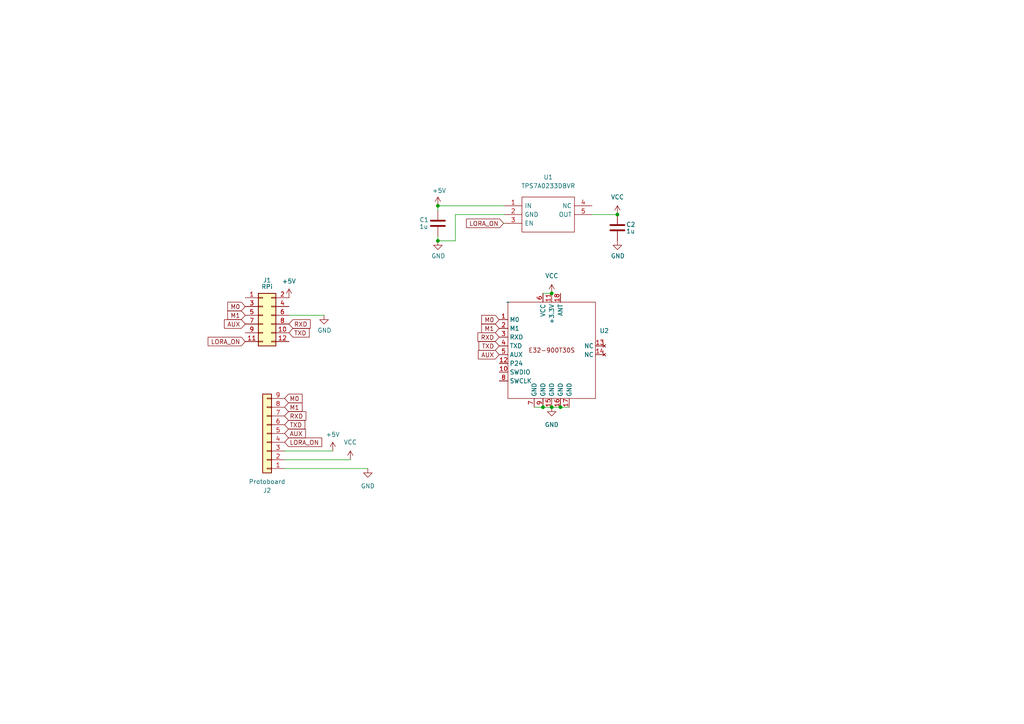
<source format=kicad_sch>
(kicad_sch (version 20230121) (generator eeschema)
  (paper "A4")
  (title_block (title "E32-900T30S Shield"))
  (lib_symbols
    (symbol "Connector_Generic:Conn_01x09" (pin_names (offset 1.016) hide)
      (property "Reference" "J" (at 0 12.7 0))
      (property "Value" "Conn_01x09" (at 0 -12.7 0))
      (symbol "Conn_01x09_1_1"
        (rectangle (start -1.27 -10.033) (end 0 -10.287) (stroke (width 0.1524)))
        (rectangle (start -1.27 -7.493) (end 0 -7.747) (stroke (width 0.1524)))
        (rectangle (start -1.27 -4.953) (end 0 -5.207) (stroke (width 0.1524)))
        (rectangle (start -1.27 -2.413) (end 0 -2.667) (stroke (width 0.1524)))
        (rectangle (start -1.27 0.127) (end 0 -0.127) (stroke (width 0.1524)))
        (rectangle (start -1.27 2.667) (end 0 2.413) (stroke (width 0.1524)))
        (rectangle (start -1.27 5.207) (end 0 4.953) (stroke (width 0.1524)))
        (rectangle (start -1.27 7.747) (end 0 7.493) (stroke (width 0.1524)))
        (rectangle (start -1.27 10.287) (end 0 10.033) (stroke (width 0.1524)))
        (rectangle (start -1.27 11.43) (end 1.27 -11.43) (stroke (width 0.254)) (fill (type background)))
        (pin passive line (at -5.08 10.16 0) (length 3.81) (name "Pin_1") (number "1"))
        (pin passive line (at -5.08 7.62 0) (length 3.81) (name "Pin_2") (number "2"))
        (pin passive line (at -5.08 5.08 0) (length 3.81) (name "Pin_3") (number "3"))
        (pin passive line (at -5.08 2.54 0) (length 3.81) (name "Pin_4") (number "4"))
        (pin passive line (at -5.08 0 0) (length 3.81) (name "Pin_5") (number "5"))
        (pin passive line (at -5.08 -2.54 0) (length 3.81) (name "Pin_6") (number "6"))
        (pin passive line (at -5.08 -5.08 0) (length 3.81) (name "Pin_7") (number "7"))
        (pin passive line (at -5.08 -7.62 0) (length 3.81) (name "Pin_8") (number "8"))
        (pin passive line (at -5.08 -10.16 0) (length 3.81) (name "Pin_9") (number "9"))
      )
    )
    (symbol "Connector_Generic:Conn_02x06_Odd_Even" (pin_names (offset 1.016) hide)
      (property "Reference" "J" (at 1.27 7.62 0))
      (property "Value" "Conn_02x06_Odd_Even" (at 1.27 -10.16 0))
      (symbol "Conn_02x06_Odd_Even_1_1"
        (rectangle (start -1.27 -7.493) (end 0 -7.747) (stroke (width 0.1524)))
        (rectangle (start -1.27 -4.953) (end 0 -5.207) (stroke (width 0.1524)))
        (rectangle (start -1.27 -2.413) (end 0 -2.667) (stroke (width 0.1524)))
        (rectangle (start -1.27 0.127) (end 0 -0.127) (stroke (width 0.1524)))
        (rectangle (start -1.27 2.667) (end 0 2.413) (stroke (width 0.1524)))
        (rectangle (start -1.27 5.207) (end 0 4.953) (stroke (width 0.1524)))
        (rectangle (start -1.27 6.35) (end 3.81 -8.89) (stroke (width 0.254)) (fill (type background)))
        (rectangle (start 3.81 -7.493) (end 2.54 -7.747) (stroke (width 0.1524)))
        (rectangle (start 3.81 -4.953) (end 2.54 -5.207) (stroke (width 0.1524)))
        (rectangle (start 3.81 -2.413) (end 2.54 -2.667) (stroke (width 0.1524)))
        (rectangle (start 3.81 0.127) (end 2.54 -0.127) (stroke (width 0.1524)))
        (rectangle (start 3.81 2.667) (end 2.54 2.413) (stroke (width 0.1524)))
        (rectangle (start 3.81 5.207) (end 2.54 4.953) (stroke (width 0.1524)))
        (pin passive line (at -5.08 5.08 0) (length 3.81) (name "Pin_1") (number "1"))
        (pin passive line (at 7.62 -5.08 180) (length 3.81) (name "Pin_10") (number "10"))
        (pin passive line (at -5.08 -7.62 0) (length 3.81) (name "Pin_11") (number "11"))
        (pin passive line (at 7.62 -7.62 180) (length 3.81) (name "Pin_12") (number "12"))
        (pin passive line (at 7.62 5.08 180) (length 3.81) (name "Pin_2") (number "2"))
        (pin passive line (at -5.08 2.54 0) (length 3.81) (name "Pin_3") (number "3"))
        (pin passive line (at 7.62 2.54 180) (length 3.81) (name "Pin_4") (number "4"))
        (pin passive line (at -5.08 0 0) (length 3.81) (name "Pin_5") (number "5"))
        (pin passive line (at 7.62 0 180) (length 3.81) (name "Pin_6") (number "6"))
        (pin passive line (at -5.08 -2.54 0) (length 3.81) (name "Pin_7") (number "7"))
        (pin passive line (at 7.62 -2.54 180) (length 3.81) (name "Pin_8") (number "8"))
        (pin passive line (at -5.08 -5.08 0) (length 3.81) (name "Pin_9") (number "9"))
      )
    )
    (symbol "Device:C" (pin_numbers hide) (pin_names (offset 0.254))
      (property "Reference" "C" (at 0.635 2.54 0))
      (property "Value" "C" (at 0.635 -2.54 0))
      (symbol "C_0_1"
        (polyline (pts (xy -2.032 -0.762) (xy 2.032 -0.762)) (stroke (width 0.508)))
        (polyline (pts (xy -2.032 0.762) (xy 2.032 0.762)) (stroke (width 0.508)))
      )
      (symbol "C_1_1"
        (pin passive line (at 0 3.81 270) (length 2.794) (name "~") (number "1"))
        (pin passive line (at 0 -3.81 90) (length 2.794) (name "~") (number "2"))
      )
    )
    (symbol "IoT_Modules:E32-900T30S"
      (property "Reference" "U" (at 1.27 1.27 0))
      (symbol "E32-900T30S_0_1"
        (rectangle (start 0 0) (end 25.4 -27.94))
      )
      (symbol "E32-900T30S_1_1"
        (text "E32-900T30S" (at 12.7 -13.97 0) (effects (font (size 1.27 1.27))))
        (pin input line (at -2.54 -5.08 0) (length 2.54) (name "M0") (number "1"))
        (pin power_in line (at -2.54 -20.32 0) (length 2.54) (name "SWDIO") (number "10"))
        (pin power_in line (at 12.7 2.54 270) (length 2.54) (name "+3.3V") (number "11"))
        (pin bidirectional line (at -2.54 -17.78 0) (length 2.54) (name "P24") (number "12"))
        (pin no_connect line (at 27.94 -12.7 180) (length 2.54) (name "NC") (number "13"))
        (pin no_connect line (at 27.94 -15.24 180) (length 2.54) (name "NC") (number "14"))
        (pin power_in line (at 12.7 -30.48 90) (length 2.54) (name "GND") (number "15"))
        (pin power_in line (at 15.24 -30.48 90) (length 2.54) (name "GND") (number "16"))
        (pin power_in line (at 17.78 -30.48 90) (length 2.54) (name "GND") (number "17"))
        (pin passive line (at 15.24 2.54 270) (length 2.54) (name "ANT") (number "18"))
        (pin input line (at -2.54 -7.62 0) (length 2.54) (name "M1") (number "2"))
        (pin input line (at -2.54 -10.16 0) (length 2.54) (name "RXD") (number "3"))
        (pin output line (at -2.54 -12.7 0) (length 2.54) (name "TXD") (number "4"))
        (pin output line (at -2.54 -15.24 0) (length 2.54) (name "AUX") (number "5"))
        (pin power_in line (at 10.16 2.54 270) (length 2.54) (name "VCC") (number "6"))
        (pin power_in line (at 7.62 -30.48 90) (length 2.54) (name "GND") (number "7"))
        (pin input line (at -2.54 -22.86 0) (length 2.54) (name "SWCLK") (number "8"))
        (pin power_in line (at 10.16 -30.48 90) (length 2.54) (name "GND") (number "9"))
      )
    )
    (symbol "SamacSys_Parts:TPS7A0228PDBVR" (pin_names (offset 0.762))
      (property "Reference" "IC?" (at 12.7 8.3058 0))
      (property "Value" "TPS7A0228PDBVR" (at 12.7 5.7658 0))
      (symbol "TPS7A0228PDBVR_0_0"
        (pin passive line (at 0 0 0) (length 5.08) (name "IN") (number "1"))
        (pin passive line (at 0 -2.54 0) (length 5.08) (name "GND") (number "2"))
        (pin passive line (at 0 -5.08 0) (length 5.08) (name "EN") (number "3"))
        (pin passive line (at 25.4 0 180) (length 5.08) (name "NC") (number "4"))
        (pin passive line (at 25.4 -2.54 180) (length 5.08) (name "OUT") (number "5"))
      )
      (symbol "TPS7A0228PDBVR_0_1"
        (polyline (pts (xy 5.08 2.54) (xy 20.32 2.54) (xy 20.32 -7.62) (xy 5.08 -7.62) (xy 5.08 2.54)) (stroke (width 0.1524)))
      )
    )
    (symbol "power:+5V" (power) (pin_names (offset 0))
      (property "Value" "+5V" (at 0 3.556 0))
      (symbol "+5V_0_1"
        (polyline (pts (xy -0.762 1.27) (xy 0 2.54)))
        (polyline (pts (xy 0 0) (xy 0 2.54)))
        (polyline (pts (xy 0 2.54) (xy 0.762 1.27)))
      )
      (symbol "+5V_1_1"
        (pin power_in line (at 0 0 90) (length 0) hide (name "+5V") (number "1"))
      )
    )
    (symbol "power:GND" (power) (pin_names (offset 0))
      (property "Value" "GND" (at 0 -3.81 0))
      (symbol "GND_0_1"
        (polyline (pts (xy 0 0) (xy 0 -1.27) (xy 1.27 -1.27) (xy 0 -2.54) (xy -1.27 -1.27) (xy 0 -1.27)))
      )
      (symbol "GND_1_1"
        (pin power_in line (at 0 0 270) (length 0) hide (name "GND") (number "1"))
      )
    )
    (symbol "power:VCC" (power) (pin_names (offset 0))
      (property "Value" "VCC" (at 0 3.81 0))
      (symbol "VCC_0_1"
        (polyline (pts (xy -0.762 1.27) (xy 0 2.54)))
        (polyline (pts (xy 0 0) (xy 0 2.54)))
        (polyline (pts (xy 0 2.54) (xy 0.762 1.27)))
      )
      (symbol "VCC_1_1"
        (pin power_in line (at 0 0 90) (length 0) hide (name "VCC") (number "1"))
      )
    )
  )
  (junction (at 179.07 62.23))
  (junction (at 127 69.85))
  (junction (at 160.02 118.11))
  (junction (at 127 59.69))
  (junction (at 157.48 118.11))
  (junction (at 162.56 118.11))
  (junction (at 160.02 85.09))
  (wire (pts (xy 157.48 85.09) (xy 160.02 85.09)))
  (wire (pts (xy 132.08 62.23) (xy 146.304 62.23)))
  (wire (pts (xy 82.55 133.35) (xy 101.6 133.35)))
  (wire (pts (xy 127 68.58) (xy 127 69.85)))
  (wire (pts (xy 83.82 91.44) (xy 93.98 91.44)))
  (wire (pts (xy 82.55 135.89) (xy 106.68 135.89)))
  (wire (pts (xy 82.55 130.81) (xy 96.52 130.81)))
  (wire (pts (xy 132.08 62.23) (xy 132.08 69.85)))
  (wire (pts (xy 127 59.69) (xy 127 60.96)))
  (wire (pts (xy 171.704 62.23) (xy 179.07 62.23)))
  (wire (pts (xy 154.94 118.11) (xy 157.48 118.11)))
  (wire (pts (xy 157.48 118.11) (xy 160.02 118.11)))
  (wire (pts (xy 127 69.85) (xy 132.08 69.85)))
  (wire (pts (xy 160.02 118.11) (xy 162.56 118.11)))
  (wire (pts (xy 146.05 64.77) (xy 146.304 64.77)))
  (wire (pts (xy 162.56 118.11) (xy 165.1 118.11)))
  (wire (pts (xy 127 59.69) (xy 146.304 59.69)))
  (global_label "M1" (shape input) (at 144.78 95.25 180) (property "Intersheetrefs" "${INTERSHEET_REFS}" (effects hide)))
  (global_label "LORA_ON" (shape input) (at 71.12 99.06 180) (property "Intersheetrefs" "${INTERSHEET_REFS}" (effects hide)))
  (global_label "M1" (shape input) (at 82.55 118.11 0) (property "Intersheetrefs" "${INTERSHEET_REFS}" (effects hide)))
  (global_label "LORA_ON" (shape input) (at 146.05 64.77 180) (property "Intersheetrefs" "${INTERSHEET_REFS}" (effects hide)))
  (global_label "M0" (shape input) (at 144.78 92.71 180) (property "Intersheetrefs" "${INTERSHEET_REFS}" (effects hide)))
  (global_label "TXD" (shape input) (at 144.78 100.33 180) (property "Intersheetrefs" "${INTERSHEET_REFS}" (effects hide)))
  (global_label "RXD" (shape input) (at 144.78 97.79 180) (property "Intersheetrefs" "${INTERSHEET_REFS}" (effects hide)))
  (global_label "AUX" (shape input) (at 144.78 102.87 180) (property "Intersheetrefs" "${INTERSHEET_REFS}" (effects hide)))
  (global_label "M1" (shape input) (at 71.12 91.44 180) (property "Intersheetrefs" "${INTERSHEET_REFS}" (effects hide)))
  (global_label "AUX" (shape input) (at 71.12 93.98 180) (property "Intersheetrefs" "${INTERSHEET_REFS}" (effects hide)))
  (global_label "RXD" (shape input) (at 82.55 120.65 0) (property "Intersheetrefs" "${INTERSHEET_REFS}" (effects hide)))
  (global_label "TXD" (shape input) (at 83.82 96.52 0) (property "Intersheetrefs" "${INTERSHEET_REFS}" (effects hide)))
  (global_label "M0" (shape input) (at 71.12 88.9 180) (property "Intersheetrefs" "${INTERSHEET_REFS}" (effects hide)))
  (global_label "TXD" (shape input) (at 82.55 123.19 0) (property "Intersheetrefs" "${INTERSHEET_REFS}" (effects hide)))
  (global_label "RXD" (shape input) (at 83.82 93.98 0) (property "Intersheetrefs" "${INTERSHEET_REFS}" (effects hide)))
  (global_label "M0" (shape input) (at 82.55 115.57 0) (property "Intersheetrefs" "${INTERSHEET_REFS}" (effects hide)))
  (global_label "LORA_ON" (shape input) (at 82.55 128.27 0) (property "Intersheetrefs" "${INTERSHEET_REFS}" (effects hide)))
  (global_label "AUX" (shape input) (at 82.55 125.73 0) (property "Intersheetrefs" "${INTERSHEET_REFS}" (effects hide)))
  (symbol (lib_id "power:+5V") (at 83.82 86.36 0) (unit 1)
    (property "Reference" "#PWR01" (effects hide))
    (property "Value" "+5V" (at 83.82 81.5848 0))
  )
  (symbol (lib_id "power:+5V") (at 96.52 130.81 0) (unit 1)
    (property "Reference" "#PWR03" (effects hide))
    (property "Value" "+5V" (at 96.52 126.0348 0))
  )
  (symbol (lib_id "power:GND") (at 127 69.85 0) (unit 1)
    (property "Reference" "#PWR07" (effects hide))
    (property "Value" "GND" (at 127.127 74.2442 0))
  )
  (symbol (lib_id "power:VCC") (at 101.6 133.35 0) (unit 1)
    (property "Reference" "#PWR04" (effects hide))
    (property "Value" "VCC" (at 101.6 128.27 0))
  )
  (symbol (lib_id "power:GND") (at 106.68 135.89 0) (unit 1)
    (property "Reference" "#PWR05" (effects hide))
    (property "Value" "GND" (at 106.68 140.97 0))
  )
  (symbol (lib_id "power:GND") (at 93.98 91.44 0) (unit 1)
    (property "Reference" "#PWR02" (effects hide))
    (property "Value" "GND" (at 94.107 95.8342 0))
  )
  (symbol (lib_id "power:GND") (at 179.07 69.85 0) (unit 1)
    (property "Reference" "#PWR011" (effects hide))
    (property "Value" "GND" (at 179.197 74.2442 0))
  )
  (symbol (lib_id "power:GND") (at 160.02 118.11 0) (unit 1)
    (property "Reference" "#PWR09" (effects hide))
    (property "Value" "GND" (at 160.02 123.19 0))
  )
  (symbol (lib_id "power:+5V") (at 127 59.69 0) (unit 1)
    (property "Reference" "#PWR06" (effects hide))
    (property "Value" "+5V" (at 127.381 55.2958 0))
  )
  (symbol (lib_id "power:VCC") (at 160.02 85.09 0) (unit 1)
    (property "Reference" "#PWR08" (effects hide))
    (property "Value" "VCC" (at 160.02 80.01 0))
  )
  (symbol (lib_id "Connector_Generic:Conn_02x06_Odd_Even") (at 76.2 91.44 0) (unit 1)
    (property "Reference" "J1" (at 77.47 81.28 0))
    (property "Value" "RPi" (at 77.47 83.1596 0))
    (property "Footprint" "Connector_PinSocket_2.54mm:PinSocket_2x06_P2.54mm_Vertical" (effects hide))
  )
  (symbol (lib_id "Device:C") (at 127 64.77 0) (unit 1)
    (property "Reference" "C1" (at 121.666 63.754 0) (effects (justify left)))
    (property "Value" "1u" (at 121.6152 65.7352 0) (effects (justify left)))
    (property "Footprint" "Capacitor_SMD:C_0805_2012Metric" (effects hide))
  )
  (symbol (lib_id "SamacSys_Parts:TPS7A0228PDBVR") (at 146.304 59.69 0) (unit 1)
    (property "Reference" "U1" (at 159.004 51.3842 0))
    (property "Value" "TPS7A0233DBVR" (at 159.004 53.9242 0))
    (property "Footprint" "Package_TO_SOT_SMD:SOT-23-5" (effects hide))
    (property "Datasheet" "https://www.ti.com/lit/gpn/TPS7A02" (effects hide))
    (property "Description" "LDO Voltage Regulators 200-mA, nanopower-IQ (25 nA), low-dropout (LDO) voltage regulator with enable 5-SOT-23 -40 to 125" (effects hide))
    (property "Height" "1.45" (effects hide))
    (property "Manufacturer_Name" "Texas Instruments" (effects hide))
    (property "Manufacturer_Part_Number" "TPS7A0233DBVR" (effects hide))
    (property "Mouser Part Number" "595-TPS7A0233DBVR" (effects hide))
    (property "Mouser Price/Stock" "https://br.mouser.com/ProductDetail/Texas-Instruments/TPS7A0233DBVR?qs=QNEnbhJQKvZidySW4FDctA%3D%3D" (effects hide))
  )
  (symbol (lib_id "Connector_Generic:Conn_01x09") (at 77.47 125.73 180) (unit 1)
    (property "Reference" "J2" (at 77.47 142.24 0))
    (property "Value" "Protoboard" (at 77.47 139.7 0))
    (property "Footprint" "Connector_PinHeader_2.54mm:PinHeader_1x09_P2.54mm_Horizontal" (effects hide))
  )
  (symbol (lib_id "power:VCC") (at 179.07 62.23 0) (unit 1)
    (property "Reference" "#PWR010" (effects hide))
    (property "Value" "VCC" (at 179.07 57.15 0))
  )
  (symbol (lib_id "IoT_Modules:E32-900T30S") (at 147.32 87.63 0) (unit 1)
    (property "Reference" "U2" (at 175.26 95.9419 0))
    (property "Value" "~" (at 147.32 87.63 0))
    (property "Footprint" "IoT_Modules:E32-900T30S" (effects hide))
  )
  (symbol (lib_id "Device:C") (at 179.07 66.04 0) (unit 1)
    (property "Reference" "C2" (at 181.61 65.1256 0) (effects (justify left)))
    (property "Value" "1u" (at 181.61 67.056 0) (effects (justify left)))
    (property "Footprint" "Capacitor_SMD:C_0805_2012Metric" (effects hide))
  )
)
</source>
